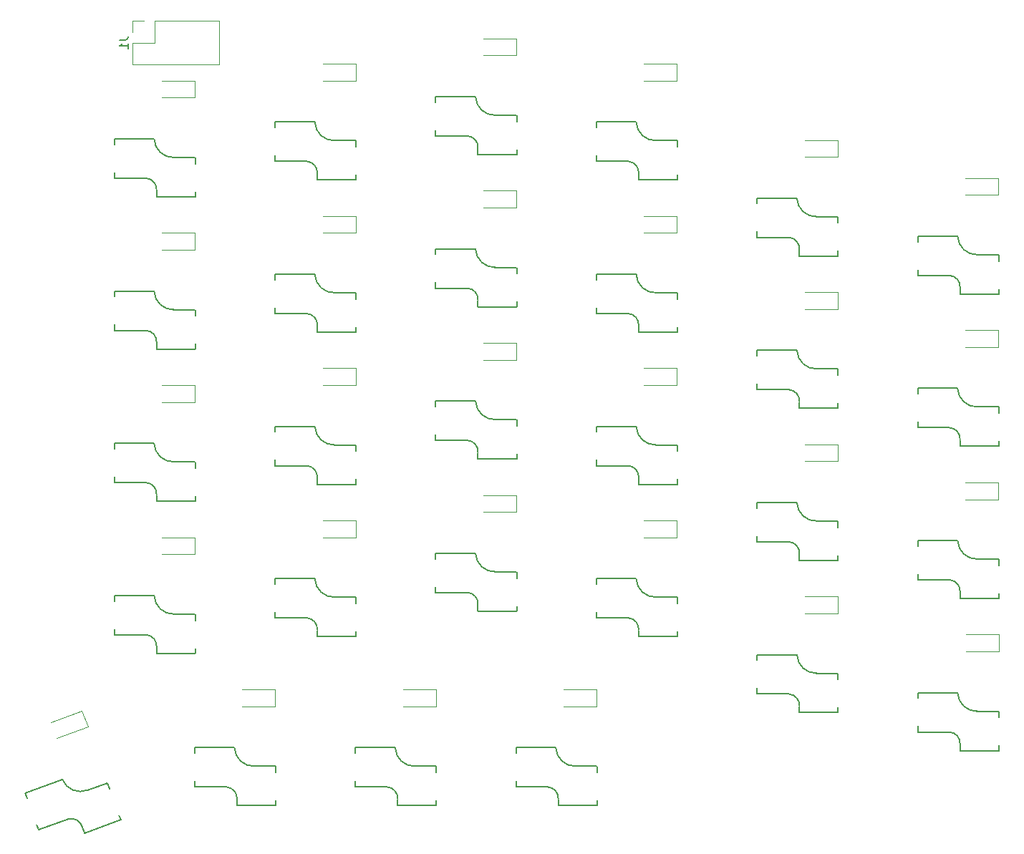
<source format=gbr>
%TF.GenerationSoftware,KiCad,Pcbnew,(6.0.10-0)*%
%TF.CreationDate,2023-01-25T23:07:09+08:00*%
%TF.ProjectId,V4,56342e6b-6963-4616-945f-706362585858,rev?*%
%TF.SameCoordinates,Original*%
%TF.FileFunction,Legend,Bot*%
%TF.FilePolarity,Positive*%
%FSLAX46Y46*%
G04 Gerber Fmt 4.6, Leading zero omitted, Abs format (unit mm)*
G04 Created by KiCad (PCBNEW (6.0.10-0)) date 2023-01-25 23:07:09*
%MOMM*%
%LPD*%
G01*
G04 APERTURE LIST*
%ADD10C,0.150000*%
%ADD11C,0.120000*%
G04 APERTURE END LIST*
D10*
%TO.C,J1*%
X145322380Y-52661666D02*
X146036666Y-52661666D01*
X146179523Y-52614047D01*
X146274761Y-52518809D01*
X146322380Y-52375952D01*
X146322380Y-52280714D01*
X146322380Y-53661666D02*
X146322380Y-53090238D01*
X146322380Y-53375952D02*
X145322380Y-53375952D01*
X145465238Y-53280714D01*
X145560476Y-53185476D01*
X145608095Y-53090238D01*
D11*
X149470000Y-52995000D02*
X146870000Y-52995000D01*
X148200000Y-50395000D02*
X146870000Y-50395000D01*
X146870000Y-55595000D02*
X157150000Y-55595000D01*
X157150000Y-50395000D02*
X157150000Y-55595000D01*
X149470000Y-50395000D02*
X157150000Y-50395000D01*
X149470000Y-50395000D02*
X149470000Y-52995000D01*
X146870000Y-50395000D02*
X146870000Y-51725000D01*
X146870000Y-52995000D02*
X146870000Y-55595000D01*
D10*
%TO.C,SW20*%
X163725000Y-80375000D02*
X163725000Y-81032000D01*
X173275000Y-87225000D02*
X168725000Y-87225000D01*
X168720000Y-86500000D02*
X168720000Y-87200000D01*
X168425000Y-80375000D02*
X163725000Y-80375000D01*
X173300000Y-82600000D02*
X173300000Y-83318000D01*
X167500000Y-85025000D02*
X163725000Y-85025000D01*
X173275000Y-82575000D02*
X170725000Y-82575000D01*
X163725000Y-84334000D02*
X163725000Y-85025000D01*
X173300000Y-83318000D02*
X173300000Y-83318000D01*
X173300000Y-86620000D02*
X173300000Y-87200000D01*
X168720000Y-86450000D02*
G75*
G03*
X167500000Y-85030000I-1320000J100000D01*
G01*
X168430000Y-80400000D02*
G75*
G03*
X170800000Y-82570000I2270000J100000D01*
G01*
D11*
%TO.C,D11*%
X230250000Y-64500000D02*
X226350000Y-64500000D01*
X230250000Y-64500000D02*
X230250000Y-66500000D01*
X230250000Y-66500000D02*
X226350000Y-66500000D01*
%TO.C,D47*%
X230250000Y-118500000D02*
X226350000Y-118500000D01*
X230250000Y-118500000D02*
X230250000Y-120500000D01*
X230250000Y-120500000D02*
X226350000Y-120500000D01*
D10*
%TO.C,SW8*%
X163725000Y-66333998D02*
X163725000Y-67024998D01*
X173300000Y-64599998D02*
X173300000Y-65317998D01*
X173300000Y-68619998D02*
X173300000Y-69199998D01*
X173275000Y-69224998D02*
X168725000Y-69224998D01*
X168425000Y-62374998D02*
X163725000Y-62374998D01*
X173300000Y-65317998D02*
X173300000Y-65317998D01*
X163725000Y-62374998D02*
X163725000Y-63031998D01*
X167500000Y-67024998D02*
X163725000Y-67024998D01*
X168720000Y-68499998D02*
X168720000Y-69199998D01*
X173275000Y-64574998D02*
X170725000Y-64574998D01*
X168720000Y-68449998D02*
G75*
G03*
X167500000Y-67029998I-1320000J100000D01*
G01*
X168430000Y-62399998D02*
G75*
G03*
X170800000Y-64569998I2270000J100000D01*
G01*
D11*
%TO.C,D32*%
X173250000Y-93475000D02*
X169350000Y-93475000D01*
X173250000Y-91475000D02*
X173250000Y-93475000D01*
X173250000Y-91475000D02*
X169350000Y-91475000D01*
D10*
%TO.C,SW11*%
X230275000Y-78225000D02*
X225725000Y-78225000D01*
X230300000Y-73600000D02*
X230300000Y-74318000D01*
X230300000Y-77620000D02*
X230300000Y-78200000D01*
X225720000Y-77500000D02*
X225720000Y-78200000D01*
X225425000Y-71375000D02*
X220725000Y-71375000D01*
X230275000Y-73575000D02*
X227725000Y-73575000D01*
X220725000Y-75334000D02*
X220725000Y-76025000D01*
X230300000Y-74318000D02*
X230300000Y-74318000D01*
X220725000Y-71375000D02*
X220725000Y-72032000D01*
X224500000Y-76025000D02*
X220725000Y-76025000D01*
X225430000Y-71400000D02*
G75*
G03*
X227800000Y-73570000I2270000J100000D01*
G01*
X225720000Y-77450000D02*
G75*
G03*
X224500000Y-76030000I-1320000J100000D01*
G01*
%TO.C,SW12*%
X249275000Y-78075000D02*
X246725000Y-78075000D01*
X249300000Y-78100000D02*
X249300000Y-78818000D01*
X244425000Y-75875000D02*
X239725000Y-75875000D01*
X239725000Y-79834000D02*
X239725000Y-80525000D01*
X244720000Y-82000000D02*
X244720000Y-82700000D01*
X249275000Y-82725000D02*
X244725000Y-82725000D01*
X249300000Y-78818000D02*
X249300000Y-78818000D01*
X239725000Y-75875000D02*
X239725000Y-76532000D01*
X249300000Y-82120000D02*
X249300000Y-82700000D01*
X243500000Y-80525000D02*
X239725000Y-80525000D01*
X244430000Y-75900000D02*
G75*
G03*
X246800000Y-78070000I2270000J100000D01*
G01*
X244720000Y-81950000D02*
G75*
G03*
X243500000Y-80530000I-1320000J100000D01*
G01*
%TO.C,SW7*%
X154300000Y-66600000D02*
X154300000Y-67318000D01*
X144725000Y-68334000D02*
X144725000Y-69025000D01*
X149425000Y-64375000D02*
X144725000Y-64375000D01*
X148500000Y-69025000D02*
X144725000Y-69025000D01*
X154275000Y-66575000D02*
X151725000Y-66575000D01*
X154275000Y-71225000D02*
X149725000Y-71225000D01*
X154300000Y-67318000D02*
X154300000Y-67318000D01*
X154300000Y-70620000D02*
X154300000Y-71200000D01*
X149720000Y-70500000D02*
X149720000Y-71200000D01*
X144725000Y-64375000D02*
X144725000Y-65032000D01*
X149430000Y-64400000D02*
G75*
G03*
X151800000Y-66570000I2270000J100000D01*
G01*
X149720000Y-70450000D02*
G75*
G03*
X148500000Y-69030000I-1320000J100000D01*
G01*
%TO.C,SW22*%
X201725000Y-80375000D02*
X201725000Y-81032000D01*
X211275000Y-87225000D02*
X206725000Y-87225000D01*
X206720000Y-86500000D02*
X206720000Y-87200000D01*
X206425000Y-80375000D02*
X201725000Y-80375000D01*
X211300000Y-86620000D02*
X211300000Y-87200000D01*
X211275000Y-82575000D02*
X208725000Y-82575000D01*
X211300000Y-82600000D02*
X211300000Y-83318000D01*
X205500000Y-85025000D02*
X201725000Y-85025000D01*
X201725000Y-84334000D02*
X201725000Y-85025000D01*
X211300000Y-83318000D02*
X211300000Y-83318000D01*
X206430000Y-80400000D02*
G75*
G03*
X208800000Y-82570000I2270000J100000D01*
G01*
X206720000Y-86450000D02*
G75*
G03*
X205500000Y-85030000I-1320000J100000D01*
G01*
D11*
%TO.C,D21*%
X192250000Y-70500000D02*
X192250000Y-72500000D01*
X192250000Y-70500000D02*
X188350000Y-70500000D01*
X192250000Y-72500000D02*
X188350000Y-72500000D01*
D10*
%TO.C,SW58*%
X192225000Y-136375000D02*
X192225000Y-137032000D01*
X201775000Y-138575000D02*
X199225000Y-138575000D01*
X192225000Y-140334000D02*
X192225000Y-141025000D01*
X201800000Y-138600000D02*
X201800000Y-139318000D01*
X201775000Y-143225000D02*
X197225000Y-143225000D01*
X201800000Y-142620000D02*
X201800000Y-143200000D01*
X196000000Y-141025000D02*
X192225000Y-141025000D01*
X201800000Y-139318000D02*
X201800000Y-139318000D01*
X196925000Y-136375000D02*
X192225000Y-136375000D01*
X197220000Y-142500000D02*
X197220000Y-143200000D01*
X196930000Y-136400000D02*
G75*
G03*
X199300000Y-138570000I2270000J100000D01*
G01*
X197220000Y-142450000D02*
G75*
G03*
X196000000Y-141030000I-1320000J100000D01*
G01*
D11*
%TO.C,D56*%
X163750000Y-129500000D02*
X159850000Y-129500000D01*
X163750000Y-131500000D02*
X159850000Y-131500000D01*
X163750000Y-129500000D02*
X163750000Y-131500000D01*
%TO.C,D57*%
X182749984Y-131500000D02*
X178849984Y-131500000D01*
X182749984Y-129500000D02*
X178849984Y-129500000D01*
X182749984Y-129500000D02*
X182749984Y-131500000D01*
D10*
%TO.C,SW44*%
X167500000Y-121025000D02*
X163725000Y-121025000D01*
X173300000Y-122620000D02*
X173300000Y-123200000D01*
X173300000Y-118600000D02*
X173300000Y-119318000D01*
X173300000Y-119318000D02*
X173300000Y-119318000D01*
X168720000Y-122500000D02*
X168720000Y-123200000D01*
X173275000Y-123225000D02*
X168725000Y-123225000D01*
X173275000Y-118575000D02*
X170725000Y-118575000D01*
X163725000Y-120334000D02*
X163725000Y-121025000D01*
X163725000Y-116375000D02*
X163725000Y-117032000D01*
X168425000Y-116375000D02*
X163725000Y-116375000D01*
X168430000Y-116400000D02*
G75*
G03*
X170800000Y-118570000I2270000J100000D01*
G01*
X168720000Y-122450000D02*
G75*
G03*
X167500000Y-121030000I-1320000J100000D01*
G01*
%TO.C,SW36*%
X243500000Y-116525000D02*
X239725000Y-116525000D01*
X249300000Y-114100000D02*
X249300000Y-114818000D01*
X239725000Y-115834000D02*
X239725000Y-116525000D01*
X244720000Y-118000000D02*
X244720000Y-118700000D01*
X249300000Y-114818000D02*
X249300000Y-114818000D01*
X249275000Y-114075000D02*
X246725000Y-114075000D01*
X249300000Y-118120000D02*
X249300000Y-118700000D01*
X249275000Y-118725000D02*
X244725000Y-118725000D01*
X244425000Y-111875000D02*
X239725000Y-111875000D01*
X239725000Y-111875000D02*
X239725000Y-112532000D01*
X244720000Y-117950000D02*
G75*
G03*
X243500000Y-116530000I-1320000J100000D01*
G01*
X244430000Y-111900000D02*
G75*
G03*
X246800000Y-114070000I2270000J100000D01*
G01*
D11*
%TO.C,D23*%
X230300000Y-82500000D02*
X230300000Y-84500000D01*
X230300000Y-82500000D02*
X226400000Y-82500000D01*
X230300000Y-84500000D02*
X226400000Y-84500000D01*
D10*
%TO.C,SW34*%
X211275000Y-105225000D02*
X206725000Y-105225000D01*
X211300000Y-100600000D02*
X211300000Y-101318000D01*
X201725000Y-98375000D02*
X201725000Y-99032000D01*
X211300000Y-104620000D02*
X211300000Y-105200000D01*
X211275000Y-100575000D02*
X208725000Y-100575000D01*
X206720000Y-104500000D02*
X206720000Y-105200000D01*
X205500000Y-103025000D02*
X201725000Y-103025000D01*
X206425000Y-98375000D02*
X201725000Y-98375000D01*
X201725000Y-102334000D02*
X201725000Y-103025000D01*
X211300000Y-101318000D02*
X211300000Y-101318000D01*
X206720000Y-104450000D02*
G75*
G03*
X205500000Y-103030000I-1320000J100000D01*
G01*
X206430000Y-98400000D02*
G75*
G03*
X208800000Y-100570000I2270000J100000D01*
G01*
D11*
%TO.C,D31*%
X154249998Y-93500003D02*
X150349998Y-93500003D01*
X154249998Y-95500003D02*
X150349998Y-95500003D01*
X154249998Y-93500003D02*
X154249998Y-95500003D01*
D10*
%TO.C,SW55*%
X138593817Y-140158561D02*
G75*
G03*
X141563073Y-141387107I2098901J870355D01*
G01*
X140935551Y-145744516D02*
G75*
G03*
X139303457Y-144827417I-1274596J-357497D01*
G01*
X143890523Y-140545305D02*
X141494307Y-141417457D01*
X138580569Y-140136779D02*
X134164014Y-141744274D01*
X144168136Y-141234946D02*
X144168136Y-141234946D01*
X139301747Y-144822719D02*
X135754408Y-146113845D01*
X145297487Y-144337811D02*
X145495858Y-144882833D01*
X145480916Y-144914876D02*
X141205315Y-146471068D01*
X143922566Y-140560247D02*
X144168136Y-141234946D01*
X140952652Y-145791501D02*
X141192066Y-146449285D01*
X135518072Y-145464517D02*
X135754408Y-146113845D01*
X134164014Y-141744274D02*
X134388721Y-142361652D01*
D11*
%TO.C,D46*%
X211250000Y-109500000D02*
X207350000Y-109500000D01*
X211250000Y-109500000D02*
X211250000Y-111500000D01*
X211250000Y-111500000D02*
X207350000Y-111500000D01*
%TO.C,D8*%
X173250000Y-55500000D02*
X173250000Y-57500000D01*
X173250000Y-57500000D02*
X169350000Y-57500000D01*
X173250000Y-55500000D02*
X169350000Y-55500000D01*
D10*
%TO.C,SW9*%
X192275000Y-61575003D02*
X189725000Y-61575003D01*
X186500000Y-64025003D02*
X182725000Y-64025003D01*
X192275000Y-66225003D02*
X187725000Y-66225003D01*
X187720000Y-65500003D02*
X187720000Y-66200003D01*
X192300000Y-65620003D02*
X192300000Y-66200003D01*
X182725000Y-59375003D02*
X182725000Y-60032003D01*
X187425000Y-59375003D02*
X182725000Y-59375003D01*
X182725000Y-63334003D02*
X182725000Y-64025003D01*
X192300000Y-62318003D02*
X192300000Y-62318003D01*
X192300000Y-61600003D02*
X192300000Y-62318003D01*
X187430000Y-59400003D02*
G75*
G03*
X189800000Y-61570003I2270000J100000D01*
G01*
X187720000Y-65450003D02*
G75*
G03*
X186500000Y-64030003I-1320000J100000D01*
G01*
%TO.C,SW21*%
X186500000Y-82025000D02*
X182725000Y-82025000D01*
X187720000Y-83500000D02*
X187720000Y-84200000D01*
X192300000Y-83620000D02*
X192300000Y-84200000D01*
X192300000Y-79600000D02*
X192300000Y-80318000D01*
X187425000Y-77375000D02*
X182725000Y-77375000D01*
X182725000Y-77375000D02*
X182725000Y-78032000D01*
X192300000Y-80318000D02*
X192300000Y-80318000D01*
X182725000Y-81334000D02*
X182725000Y-82025000D01*
X192275000Y-79575000D02*
X189725000Y-79575000D01*
X192275000Y-84225000D02*
X187725000Y-84225000D01*
X187720000Y-83450000D02*
G75*
G03*
X186500000Y-82030000I-1320000J100000D01*
G01*
X187430000Y-77400000D02*
G75*
G03*
X189800000Y-79570000I2270000J100000D01*
G01*
%TO.C,SW19*%
X154275000Y-84575000D02*
X151725000Y-84575000D01*
X149720000Y-88500000D02*
X149720000Y-89200000D01*
X144725000Y-86334000D02*
X144725000Y-87025000D01*
X144725000Y-82375000D02*
X144725000Y-83032000D01*
X154275000Y-89225000D02*
X149725000Y-89225000D01*
X154300000Y-84600000D02*
X154300000Y-85318000D01*
X149425000Y-82375000D02*
X144725000Y-82375000D01*
X154300000Y-85318000D02*
X154300000Y-85318000D01*
X148500000Y-87025000D02*
X144725000Y-87025000D01*
X154300000Y-88620000D02*
X154300000Y-89200000D01*
X149430000Y-82400000D02*
G75*
G03*
X151800000Y-84570000I2270000J100000D01*
G01*
X149720000Y-88450000D02*
G75*
G03*
X148500000Y-87030000I-1320000J100000D01*
G01*
D11*
%TO.C,D44*%
X173250000Y-109500000D02*
X173250000Y-111500000D01*
X173250000Y-111500000D02*
X169350000Y-111500000D01*
X173250000Y-109500000D02*
X169350000Y-109500000D01*
%TO.C,D24*%
X249250000Y-89000000D02*
X245350000Y-89000000D01*
X249250000Y-87000000D02*
X249250000Y-89000000D01*
X249250000Y-87000000D02*
X245350000Y-87000000D01*
D10*
%TO.C,SW45*%
X192300000Y-115600000D02*
X192300000Y-116318000D01*
X192275000Y-120225000D02*
X187725000Y-120225000D01*
X192275000Y-115575000D02*
X189725000Y-115575000D01*
X182725000Y-117334000D02*
X182725000Y-118025000D01*
X186500000Y-118025000D02*
X182725000Y-118025000D01*
X192300000Y-119620000D02*
X192300000Y-120200000D01*
X187425000Y-113375000D02*
X182725000Y-113375000D01*
X187720000Y-119500000D02*
X187720000Y-120200000D01*
X182725000Y-113375000D02*
X182725000Y-114032000D01*
X192300000Y-116318000D02*
X192300000Y-116318000D01*
X187720000Y-119450000D02*
G75*
G03*
X186500000Y-118030000I-1320000J100000D01*
G01*
X187430000Y-113400000D02*
G75*
G03*
X189800000Y-115570000I2270000J100000D01*
G01*
D11*
%TO.C,D35*%
X230250000Y-100500000D02*
X226350000Y-100500000D01*
X230250000Y-102500000D02*
X226350000Y-102500000D01*
X230250000Y-100500000D02*
X230250000Y-102500000D01*
%TO.C,D43*%
X154249998Y-111500003D02*
X154249998Y-113500003D01*
X154249998Y-113500003D02*
X150349998Y-113500003D01*
X154249998Y-111500003D02*
X150349998Y-111500003D01*
%TO.C,D9*%
X192250000Y-52500000D02*
X192250000Y-54500000D01*
X192250000Y-54500000D02*
X188350000Y-54500000D01*
X192250000Y-52500000D02*
X188350000Y-52500000D01*
D10*
%TO.C,SW33*%
X182725000Y-99334000D02*
X182725000Y-100025000D01*
X187425000Y-95375000D02*
X182725000Y-95375000D01*
X186500000Y-100025000D02*
X182725000Y-100025000D01*
X187720000Y-101500000D02*
X187720000Y-102200000D01*
X192300000Y-97600000D02*
X192300000Y-98318000D01*
X192275000Y-97575000D02*
X189725000Y-97575000D01*
X182725000Y-95375000D02*
X182725000Y-96032000D01*
X192300000Y-98318000D02*
X192300000Y-98318000D01*
X192275000Y-102225000D02*
X187725000Y-102225000D01*
X192300000Y-101620000D02*
X192300000Y-102200000D01*
X187430000Y-95400000D02*
G75*
G03*
X189800000Y-97570000I2270000J100000D01*
G01*
X187720000Y-101450000D02*
G75*
G03*
X186500000Y-100030000I-1320000J100000D01*
G01*
%TO.C,SW24*%
X239725000Y-97834000D02*
X239725000Y-98525000D01*
X243500000Y-98525000D02*
X239725000Y-98525000D01*
X239725000Y-93875000D02*
X239725000Y-94532000D01*
X244425000Y-93875000D02*
X239725000Y-93875000D01*
X249300000Y-96100000D02*
X249300000Y-96818000D01*
X249275000Y-96075000D02*
X246725000Y-96075000D01*
X249300000Y-100120000D02*
X249300000Y-100700000D01*
X249275000Y-100725000D02*
X244725000Y-100725000D01*
X249300000Y-96818000D02*
X249300000Y-96818000D01*
X244720000Y-100000000D02*
X244720000Y-100700000D01*
X244430000Y-93900000D02*
G75*
G03*
X246800000Y-96070000I2270000J100000D01*
G01*
X244720000Y-99950000D02*
G75*
G03*
X243500000Y-98530000I-1320000J100000D01*
G01*
%TO.C,SW47*%
X230300000Y-127600000D02*
X230300000Y-128318000D01*
X220725000Y-129334000D02*
X220725000Y-130025000D01*
X225720000Y-131500000D02*
X225720000Y-132200000D01*
X230275000Y-132225000D02*
X225725000Y-132225000D01*
X230300000Y-128318000D02*
X230300000Y-128318000D01*
X230275000Y-127575000D02*
X227725000Y-127575000D01*
X224500000Y-130025000D02*
X220725000Y-130025000D01*
X220725000Y-125375000D02*
X220725000Y-126032000D01*
X230300000Y-131620000D02*
X230300000Y-132200000D01*
X225425000Y-125375000D02*
X220725000Y-125375000D01*
X225430000Y-125400000D02*
G75*
G03*
X227800000Y-127570000I2270000J100000D01*
G01*
X225720000Y-131450000D02*
G75*
G03*
X224500000Y-130030000I-1320000J100000D01*
G01*
D11*
%TO.C,D7*%
X154250000Y-57500000D02*
X154250000Y-59500000D01*
X154250000Y-57500000D02*
X150350000Y-57500000D01*
X154250000Y-59500000D02*
X150350000Y-59500000D01*
%TO.C,D19*%
X154250000Y-75500000D02*
X150350000Y-75500000D01*
X154250000Y-77500000D02*
X150350000Y-77500000D01*
X154250000Y-75500000D02*
X154250000Y-77500000D01*
D10*
%TO.C,SW32*%
X168720000Y-104500000D02*
X168720000Y-105200000D01*
X168425000Y-98375000D02*
X163725000Y-98375000D01*
X173300000Y-100600000D02*
X173300000Y-101318000D01*
X173300000Y-104620000D02*
X173300000Y-105200000D01*
X173275000Y-105225000D02*
X168725000Y-105225000D01*
X163725000Y-98375000D02*
X163725000Y-99032000D01*
X163725000Y-102334000D02*
X163725000Y-103025000D01*
X173275000Y-100575000D02*
X170725000Y-100575000D01*
X167500000Y-103025000D02*
X163725000Y-103025000D01*
X173300000Y-101318000D02*
X173300000Y-101318000D01*
X168430000Y-98400000D02*
G75*
G03*
X170800000Y-100570000I2270000J100000D01*
G01*
X168720000Y-104450000D02*
G75*
G03*
X167500000Y-103030000I-1320000J100000D01*
G01*
%TO.C,SW10*%
X206425000Y-62375000D02*
X201725000Y-62375000D01*
X211275000Y-69225000D02*
X206725000Y-69225000D01*
X211275000Y-64575000D02*
X208725000Y-64575000D01*
X211300000Y-64600000D02*
X211300000Y-65318000D01*
X206720000Y-68500000D02*
X206720000Y-69200000D01*
X211300000Y-65318000D02*
X211300000Y-65318000D01*
X201725000Y-62375000D02*
X201725000Y-63032000D01*
X211300000Y-68620000D02*
X211300000Y-69200000D01*
X205500000Y-67025000D02*
X201725000Y-67025000D01*
X201725000Y-66334000D02*
X201725000Y-67025000D01*
X206430000Y-62400000D02*
G75*
G03*
X208800000Y-64570000I2270000J100000D01*
G01*
X206720000Y-68450000D02*
G75*
G03*
X205500000Y-67030000I-1320000J100000D01*
G01*
%TO.C,SW35*%
X230275000Y-114225000D02*
X225725000Y-114225000D01*
X230300000Y-110318000D02*
X230300000Y-110318000D01*
X224500000Y-112025000D02*
X220725000Y-112025000D01*
X230300000Y-109600000D02*
X230300000Y-110318000D01*
X230300000Y-113620000D02*
X230300000Y-114200000D01*
X225425000Y-107375000D02*
X220725000Y-107375000D01*
X225720000Y-113500000D02*
X225720000Y-114200000D01*
X220725000Y-111334000D02*
X220725000Y-112025000D01*
X220725000Y-107375000D02*
X220725000Y-108032000D01*
X230275000Y-109575000D02*
X227725000Y-109575000D01*
X225720000Y-113450000D02*
G75*
G03*
X224500000Y-112030000I-1320000J100000D01*
G01*
X225430000Y-107400000D02*
G75*
G03*
X227800000Y-109570000I2270000J100000D01*
G01*
%TO.C,SW43*%
X154275000Y-125225000D02*
X149725000Y-125225000D01*
X154300000Y-121318000D02*
X154300000Y-121318000D01*
X144725000Y-118375000D02*
X144725000Y-119032000D01*
X144725000Y-122334000D02*
X144725000Y-123025000D01*
X154300000Y-120600000D02*
X154300000Y-121318000D01*
X154300000Y-124620000D02*
X154300000Y-125200000D01*
X149425000Y-118375000D02*
X144725000Y-118375000D01*
X148500000Y-123025000D02*
X144725000Y-123025000D01*
X149720000Y-124500000D02*
X149720000Y-125200000D01*
X154275000Y-120575000D02*
X151725000Y-120575000D01*
X149720000Y-124450000D02*
G75*
G03*
X148500000Y-123030000I-1320000J100000D01*
G01*
X149430000Y-118400000D02*
G75*
G03*
X151800000Y-120570000I2270000J100000D01*
G01*
%TO.C,SW31*%
X148500000Y-105025000D02*
X144725000Y-105025000D01*
X154275000Y-102575000D02*
X151725000Y-102575000D01*
X149720000Y-106500000D02*
X149720000Y-107200000D01*
X154300000Y-103318000D02*
X154300000Y-103318000D01*
X144725000Y-104334000D02*
X144725000Y-105025000D01*
X154300000Y-102600000D02*
X154300000Y-103318000D01*
X149425000Y-100375000D02*
X144725000Y-100375000D01*
X154300000Y-106620000D02*
X154300000Y-107200000D01*
X144725000Y-100375000D02*
X144725000Y-101032000D01*
X154275000Y-107225000D02*
X149725000Y-107225000D01*
X149720000Y-106450000D02*
G75*
G03*
X148500000Y-105030000I-1320000J100000D01*
G01*
X149430000Y-100400000D02*
G75*
G03*
X151800000Y-102570000I2270000J100000D01*
G01*
D11*
%TO.C,D12*%
X249250000Y-69000000D02*
X245350000Y-69000000D01*
X249250000Y-69000000D02*
X249250000Y-71000000D01*
X249250000Y-71000000D02*
X245350000Y-71000000D01*
%TO.C,D20*%
X173250000Y-75500000D02*
X169350000Y-75500000D01*
X173250000Y-73500000D02*
X169350000Y-73500000D01*
X173250000Y-73500000D02*
X173250000Y-75500000D01*
%TO.C,D33*%
X192250000Y-90500000D02*
X188350000Y-90500000D01*
X192250000Y-88500000D02*
X192250000Y-90500000D01*
X192250000Y-88500000D02*
X188350000Y-88500000D01*
%TO.C,D10*%
X211250000Y-57500000D02*
X207350000Y-57500000D01*
X211250000Y-55500000D02*
X211250000Y-57500000D01*
X211250000Y-55500000D02*
X207350000Y-55500000D01*
%TO.C,D22*%
X211250000Y-75500000D02*
X207350000Y-75500000D01*
X211250000Y-73500000D02*
X211250000Y-75500000D01*
X211250000Y-73500000D02*
X207350000Y-73500000D01*
%TO.C,D45*%
X192250000Y-108500000D02*
X188350000Y-108500000D01*
X192250000Y-106500000D02*
X192250000Y-108500000D01*
X192250000Y-106500000D02*
X188350000Y-106500000D01*
D10*
%TO.C,SW23*%
X225720000Y-95500000D02*
X225720000Y-96200000D01*
X220725000Y-89375000D02*
X220725000Y-90032000D01*
X225425000Y-89375000D02*
X220725000Y-89375000D01*
X230300000Y-95620000D02*
X230300000Y-96200000D01*
X224500000Y-94025000D02*
X220725000Y-94025000D01*
X230275000Y-91575000D02*
X227725000Y-91575000D01*
X230275000Y-96225000D02*
X225725000Y-96225000D01*
X230300000Y-92318000D02*
X230300000Y-92318000D01*
X220725000Y-93334000D02*
X220725000Y-94025000D01*
X230300000Y-91600000D02*
X230300000Y-92318000D01*
X225720000Y-95450000D02*
G75*
G03*
X224500000Y-94030000I-1320000J100000D01*
G01*
X225430000Y-89400000D02*
G75*
G03*
X227800000Y-91570000I2270000J100000D01*
G01*
%TO.C,SW48*%
X243500000Y-134525000D02*
X239725000Y-134525000D01*
X249300000Y-132818000D02*
X249300000Y-132818000D01*
X239725000Y-129875000D02*
X239725000Y-130532000D01*
X249275000Y-136725000D02*
X244725000Y-136725000D01*
X249275000Y-132075000D02*
X246725000Y-132075000D01*
X244720000Y-136000000D02*
X244720000Y-136700000D01*
X249300000Y-132100000D02*
X249300000Y-132818000D01*
X239725000Y-133834000D02*
X239725000Y-134525000D01*
X244425000Y-129875000D02*
X239725000Y-129875000D01*
X249300000Y-136120000D02*
X249300000Y-136700000D01*
X244720000Y-135950000D02*
G75*
G03*
X243500000Y-134530000I-1320000J100000D01*
G01*
X244430000Y-129900000D02*
G75*
G03*
X246800000Y-132070000I2270000J100000D01*
G01*
%TO.C,SW46*%
X201725000Y-116375000D02*
X201725000Y-117032000D01*
X211275000Y-123225000D02*
X206725000Y-123225000D01*
X205500000Y-121025000D02*
X201725000Y-121025000D01*
X211300000Y-118600000D02*
X211300000Y-119318000D01*
X206425000Y-116375000D02*
X201725000Y-116375000D01*
X211300000Y-122620000D02*
X211300000Y-123200000D01*
X211300000Y-119318000D02*
X211300000Y-119318000D01*
X206720000Y-122500000D02*
X206720000Y-123200000D01*
X201725000Y-120334000D02*
X201725000Y-121025000D01*
X211275000Y-118575000D02*
X208725000Y-118575000D01*
X206720000Y-122450000D02*
G75*
G03*
X205500000Y-121030000I-1320000J100000D01*
G01*
X206430000Y-116400000D02*
G75*
G03*
X208800000Y-118570000I2270000J100000D01*
G01*
D11*
%TO.C,D58*%
X201750000Y-129500000D02*
X197850000Y-129500000D01*
X201750000Y-131500000D02*
X197850000Y-131500000D01*
X201750000Y-129500000D02*
X201750000Y-131500000D01*
%TO.C,D34*%
X211250000Y-93500000D02*
X207350000Y-93500000D01*
X211250000Y-91500000D02*
X207350000Y-91500000D01*
X211250000Y-91500000D02*
X211250000Y-93500000D01*
D10*
%TO.C,SW56*%
X163799996Y-139318000D02*
X163799996Y-139318000D01*
X163774996Y-143225000D02*
X159224996Y-143225000D01*
X163774996Y-138575000D02*
X161224996Y-138575000D01*
X154224996Y-136375000D02*
X154224996Y-137032000D01*
X163799996Y-138600000D02*
X163799996Y-139318000D01*
X154224996Y-140334000D02*
X154224996Y-141025000D01*
X159219996Y-142500000D02*
X159219996Y-143200000D01*
X158924996Y-136375000D02*
X154224996Y-136375000D01*
X157999996Y-141025000D02*
X154224996Y-141025000D01*
X163799996Y-142620000D02*
X163799996Y-143200000D01*
X159219996Y-142450000D02*
G75*
G03*
X157999996Y-141030000I-1320000J100000D01*
G01*
X158929996Y-136400000D02*
G75*
G03*
X161299996Y-138570000I2270000J100000D01*
G01*
D11*
%TO.C,D55*%
X140895953Y-132034401D02*
X137231152Y-133368280D01*
X141579994Y-133913786D02*
X137915192Y-135247665D01*
X140895953Y-132034401D02*
X141579994Y-133913786D01*
D10*
%TO.C,SW57*%
X182775000Y-143225000D02*
X178225000Y-143225000D01*
X182800000Y-138600000D02*
X182800000Y-139318000D01*
X173225000Y-140334000D02*
X173225000Y-141025000D01*
X178220000Y-142500000D02*
X178220000Y-143200000D01*
X182800000Y-142620000D02*
X182800000Y-143200000D01*
X173225000Y-136375000D02*
X173225000Y-137032000D01*
X177925000Y-136375000D02*
X173225000Y-136375000D01*
X177000000Y-141025000D02*
X173225000Y-141025000D01*
X182775000Y-138575000D02*
X180225000Y-138575000D01*
X182800000Y-139318000D02*
X182800000Y-139318000D01*
X178220000Y-142450000D02*
G75*
G03*
X177000000Y-141030000I-1320000J100000D01*
G01*
X177930000Y-136400000D02*
G75*
G03*
X180300000Y-138570000I2270000J100000D01*
G01*
D11*
%TO.C,D36*%
X249250000Y-105000000D02*
X245350000Y-105000000D01*
X249250000Y-107000000D02*
X245350000Y-107000000D01*
X249250000Y-105000000D02*
X249250000Y-107000000D01*
%TO.C,D48*%
X249300000Y-123000000D02*
X245400000Y-123000000D01*
X249300000Y-123000000D02*
X249300000Y-125000000D01*
X249300000Y-125000000D02*
X245400000Y-125000000D01*
%TD*%
M02*

</source>
